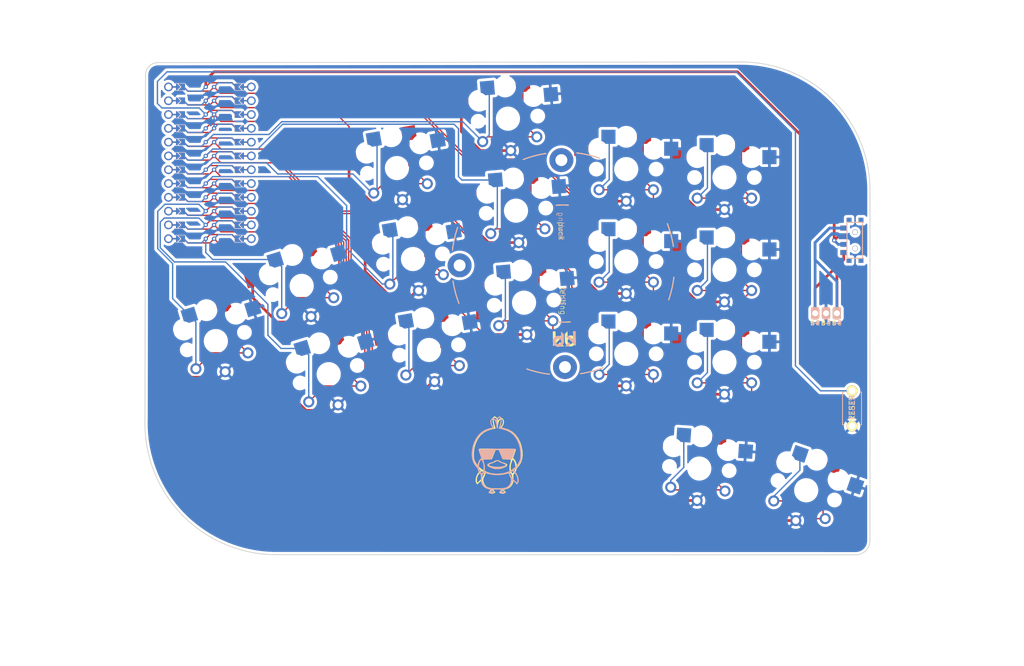
<source format=kicad_pcb>
(kicad_pcb (version 20211014) (generator pcbnew)
  (title_block (title "board") (rev "v1.0.0") (company "Unknown"))
  (layers (0 "F.Cu" signal) (31 "B.Cu" signal) (34 "B.Paste" user) (35 "F.Paste" user) (36 "B.SilkS" user "B.Silkscreen") (37 "F.SilkS" user "F.Silkscreen") (38 "B.Mask" user) (39 "F.Mask" user) (44 "Edge.Cuts" user))
  (net 0 "")
  (net 1 "P6")
  (net 2 "GND")
  (net 3 "P5")
  (net 4 "P4")
  (net 5 "P3")
  (net 6 "P2")
  (net 7 "P0")
  (net 8 "P1")
  (net 9 "P18")
  (net 10 "P15")
  (net 11 "P14")
  (net 12 "P16")
  (net 13 "P10")
  (net 14 "P19")
  (net 15 "P20")
  (net 16 "P21")
  (net 17 "P7")
  (net 18 "P8")
  (net 19 "P9")
  (net 20 "RAW")
  (net 21 "RST")
  (net 22 "VCC")
  (net 23 "Braw")
  (footprint "E73:SPDT_C128955" (layer "F.Cu") (at 157.269 -91.658 -90)
    (fp_text reference "T1" hide)
    (fp_text value "" hide)
  )
  (footprint "lib:bat" (layer "F.Cu") (at 151.924 -78.232)
    (fp_text reference "PAD1" hide)
    (fp_text value "" hide)
  )
  (footprint "kbd:ResetSW" (layer "F.Cu") (at 156.718 -60.706 90)
    (fp_text reference "B1" hide)
    (fp_text value "")
  )
  (footprint "Alaa:key" (layer "F.Cu") (at 73.007519 -104.95283 10)
    (fp_text reference "S11" hide)
    (fp_text value "" hide)
  )
  (footprint "Alaa:key" (layer "F.Cu") (at 94.905133 -97.114167 5)
    (fp_text reference "S15" hide)
    (fp_text value "" hide)
  )
  (footprint "Alaa:key" (layer "F.Cu") (at 115.177087 -87.761017)
    (fp_text reference "S21" hide)
    (fp_text value "" hide)
  )
  (footprint "Alaa:key" (layer "F.Cu") (at 133.242547 -103.223)
    (fp_text reference "S29" hide)
    (fp_text value "" hide)
  )
  (footprint "LOGO" (layer "F.Cu") (at 91.44 -50.8)
    (fp_text reference "G***" hide)
    (fp_text value "LOGO" hide)
  )
  (footprint "Alaa:key" (layer "F.Cu") (at 148.283233 -45.648142 -19)
    (fp_text reference "S33" hide)
    (fp_text value "" hide)
  )
  (footprint "Alaa:key" (layer "F.Cu") (at 78.911557 -71.469366 10)
    (fp_text reference "S7" hide)
    (fp_text value "" hide)
  )
  (footprint "E73:SPDT_C128955" (layer "F.Cu") (at 157.269 -91.658 -90)
    (fp_text reference "T2" hide)
    (fp_text value "" hide)
  )
  (footprint "Alaa:key" (layer "F.Cu") (at 39.701642 -73.106646 17)
    (fp_text reference "S1" hide)
    (fp_text value "" hide)
  )
  (footprint "Alaa:key" (layer "F.Cu") (at 55.486395 -83.269652 17)
    (fp_text reference "S5" hide)
    (fp_text value "" hide)
  )
  (footprint "Alaa:key" (layer "F.Cu") (at 133.242547 -86.223)
    (fp_text reference "S27" hide)
    (fp_text value "" hide)
  )
  (footprint "Alaa:key" (layer "F.Cu") (at 75.959538 -88.211098 10)
    (fp_text reference "S9" hide)
    (fp_text value "" hide)
  )
  (footprint "Alaa:key" (layer "F.Cu") (at 96.386781 -80.178857 5)
    (fp_text reference "S13" hide)
    (fp_text value "" hide)
  )
  (footprint "Alaa:key" (layer "F.Cu") (at 93.423486 -114.049477 5)
    (fp_text reference "S17" hide)
    (fp_text value "" hide)
  )
  (footprint "kbd:Tenting_Puck2" (layer "F.Cu") (at 103.583468 -87.373099 1)
    (fp_text reference "REF**")
    (fp_text value "Tenting Puck")
  )
  (footprint "Alaa:key" (layer "F.Cu") (at 128.62109 -49.648451 -4)
    (fp_text reference "S31" hide)
    (fp_text value "" hide)
  )
  (footprint "Alaa:key" (layer "F.Cu") (at 60.456714 -67.012471 17)
    (fp_text reference "S3" hide)
    (fp_text value "" hide)
  )
  (footprint "Alaa:key" (layer "F.Cu") (at 115.177087 -104.761017)
    (fp_text reference "S23" hide)
    (fp_text value "" hide)
  )
  (footprint "Alaa:key" (layer "F.Cu") (at 133.242547 -69.223)
    (fp_text reference "S25" hide)
    (fp_text value "" hide)
  )
  (footprint "Alaa:key" (layer "F.Cu") (at 115.177087 -70.761017)
    (fp_text reference "S19" hide)
    (fp_text value "" hide)
  )
  (footprint "LOGO" (layer "B.Cu") (at 91.44 -50.8 180)
    (fp_text reference "G***" hide)
    (fp_text value "LOGO" hide)
  )
  (footprint "ProMicro" (layer "B.Cu") (at 38.608 -105.918 -90)
    (fp_text reference "")
    (fp_text value "")
  )
  (gr_line (start 136.378 -124.477905) (end 29.048446 -124.367554) (layer "Edge.Cuts") (width 0.15))
  (gr_line (start 26.67 -58.928) (end 26.762446 -122.081554) (layer "Edge.Cuts") (width 0.15))
  (gr_arc (start 136.378 -124.477905) (mid 153.005122 -117.643705) (end 160.02 -101.092) (layer "Edge.Cuts") (width 0.15))
  (gr_arc (start 50.292 -33.794081) (mid 33.209738 -41.406869) (end 26.67 -58.928) (layer "Edge.Cuts") (width 0.15))
  (gr_arc (start 160.00102 -36.322) (mid 159.230194 -34.525146) (end 157.426728 -33.769919) (layer "Edge.Cuts") (width 0.15))
  (gr_line (start 160.00102 -36.322) (end 160.02 -101.092) (layer "Edge.Cuts") (width 0.15))
  (gr_line (start 157.426728 -33.769919) (end 50.292 -33.794081) (layer "Edge.Cuts") (width 0.15))
  (gr_arc (start 26.762446 -122.081554) (mid 27.432 -123.698) (end 29.048446 -124.367554) (layer "Edge.Cuts") (width 0.15))
  (segment (start 68.453 -68.36233) (end 75.02481 -61.79052) (width 0.25) (layer "F.Cu") (net 1))
  (segment (start 56.747639 -98.443489) (end 63.672973 -91.518155) (width 0.25) (layer "F.Cu") (net 1))
  (segment (start 118.302566 -76.561496) (end 118.302566 -68.835538) (width 0.25) (layer "F.Cu") (net 1))
  (segment (start 67.89656 -79.298591) (end 67.89656 -72.920545) (width 0.25) (layer "F.Cu") (net 1))
  (segment (start 63.672973 -91.518155) (end 63.672973 -83.522181) (width 0.25) (layer "F.Cu") (net 1))
  (segment (start 63.672973 -83.522181) (end 64.008 -83.187154) (width 0.25) (layer "F.Cu") (net 1))
  (segment (start 118.302566 -68.835538) (end 120.177087 -66.961017) (width 0.25) (layer "F.Cu") (net 1))
  (segment (start 118.452087 -76.711017) (end 118.302566 -76.561496) (width 0.25) (layer "F.Cu") (net 1))
  (segment (start 39.37 -99.568) (end 40.494511 -98.443489) (width 0.25) (layer "F.Cu") (net 1))
  (segment (start 64.008 -83.187154) (end 64.008 -83.187151) (width 0.25) (layer "F.Cu") (net 1))
  (segment (start 68.453 -72.364105) (end 68.453 -68.36233) (width 0.25) (layer "F.Cu") (net 1))
  (segment (start 75.02481 -61.79052) (end 116.90852 -61.79052) (width 0.25) (layer "F.Cu") (net 1))
  (segment (start 120.177087 -65.059087) (end 120.177087 -66.961017) (width 0.25) (layer "F.Cu") (net 1))
  (segment (start 67.89656 -72.920545) (end 68.453 -72.364105) (width 0.25) (layer "F.Cu") (net 1))
  (segment (start 116.90852 -61.79052) (end 120.177087 -65.059087) (width 0.25) (layer "F.Cu") (net 1))
  (segment (start 64.008 -83.187151) (end 67.89656 -79.298591) (width 0.25) (layer "F.Cu") (net 1))
  (segment (start 120.177087 -66.961017) (end 110.177087 -66.961017) (width 0.25) (layer "F.Cu") (net 1))
  (segment (start 40.494511 -98.443489) (end 56.747639 -98.443489) (width 0.25) (layer "F.Cu") (net 1))
  (segment (start 112.051608 -77.104475) (end 112.051608 -68.835538) (width 0.25) (layer "B.Cu") (net 1))
  (segment (start 112.051608 -68.835538) (end 110.177087 -66.961017) (width 0.25) (layer "B.Cu") (net 1))
  (segment (start 61.214 -115.57) (end 64.207053 -112.576947) (width 0.25) (layer "F.Cu") (net 2))
  (segment (start 88.357387 -108.171928) (end 84.853141 -111.676174) (width 0.5) (layer "F.Cu") (net 2))
  (segment (start 68.827107 -98.126465) (end 64.207054 -102.746518) (width 0.5) (layer "F.Cu") (net 2))
  (segment (start 119.788424 -46.581576) (end 119.788424 -52.722072) (width 0.5) (layer "F.Cu") (net 2))
  (segment (start 50.956606 -76.611455) (end 46.476578 -81.091483) (width 0.5) (layer "F.Cu") (net 2))
  (segment (start 107.91956 -66.523217) (end 107.91956 -73.493544) (width 0.5) (layer "F.Cu") (net 2))
  (segment (start 56.195389 -76.611455) (end 50.956606 -76.611455) (width 0.5) (layer "F.Cu") (net 2))
  (segment (start 124.967547 -83.625453) (end 124.967547 -89.973) (width 0.5) (layer "F.Cu") (net 2))
  (segment (start 139.851259 -42.520741) (end 139.851259 -49.708566) (width 0.5) (layer "F.Cu") (net 2))
  (segment (start 62.181707 -61.370273) (end 61.165708 -60.354274) (width 0.5) (layer "F.Cu") (net 2))
  (segment (start 57.211388 -77.627454) (end 56.195389 -76.611455) (width 0.5) (layer "F.Cu") (net 2))
  (segment (start 133.242547 -80.323) (end 128.27 -80.323) (width 0.5) (layer "F.Cu") (net 2))
  (segment (start 79.028598 -64.751517) (end 72.876307 -64.751517) (width 0.5) (layer "F.Cu") (net 2))
  (segment (start 84.853141 -111.676174) (end 84.853141 -117.063993) (width 0.5) (layer "F.Cu") (net 2))
  (segment (start 71.700439 -81.384733) (end 67.159073 -85.926099) (width 0.5) (layer "F.Cu") (net 2))
  (segment (start 50.499075 -113.538) (end 52.531075 -115.57) (width 0.25) (layer "F.Cu") (net 2))
  (segment (start 124.967547 -100.625453) (end 124.967547 -106.973) (width 0.5) (layer "F.Cu") (net 2))
  (segment (start 109.58176 -64.861017) (end 107.91956 -66.523217) (width 0.5) (layer "F.Cu") (net 2))
  (segment (start 93.937705 -108.171928) (end 88.357387 -108.171928) (width 0.5) (layer "F.Cu") (net 2))
  (segment (start 74.032043 -99.142464) (end 73.016044 -98.126465) (width 0.5) (layer "F.Cu") (net 2))
  (segment (start 90.798692 -74.301308) (end 87.816436 -77.283564) (width 0.5) (layer "F.Cu") (net 2))
  (segment (start 46.476578 -81.091483) (end 46.476578 -84.436419) (width 0.5) (layer "F.Cu") (net 2))
  (segment (start 56.276036 -60.354274) (end 51.446898 -65.183412) (width 0.5) (layer "F.Cu") (net 2))
  (segment (start 128.27 -97.323) (end 124.967547 -100.625453) (width 0.5) (layer "F.Cu") (net 2))
  (segment (start 106.902087 -101.291201) (end 106.902087 -108.511017) (width 0.5) (layer "F.Cu") (net 2))
  (segment (start 87.816436 -77.283564) (end 87.816436 -83.193373) (width 0.5) (layer "F.Cu") (net 2))
  (segment (start 128.209528 -43.762822) (end 122.607178 -43.762822) (width 0.5) (layer "F.Cu") (net 2))
  (segment (start 115.177087 -98.861017) (end 109.332271 -98.861017) (width 0.5) (layer "F.Cu") (net 2))
  (segment (start 110.20454 -81.861017) (end 106.902087 -85.16347) (width 0.5) (layer "F.Cu") (net 2))
  (segment (start 128.27 -80.323) (end 124.967547 -83.625453) (width 0.5) (layer "F.Cu") (net 2))
  (segment (start 64.207054 -102.746518) (end 64.207054 -107.20892) (width 0.5) (layer "F.Cu") (net 2))
  (segment (start 39.37 -114.808) (end 40.64 -113.538) (width 0.25) (layer "F.Cu") (net 2))
  (segment (start 115.177087 -81.861017) (end 110.20454 -81.861017) (width 0.5) (layer "F.Cu") (net 2))
  (segment (start 124.967547 -66.137) (end 124.967547 -72.973) (width 0.5) (layer "F.Cu") (net 2))
  (segment (start 86.334788 -94.740864) (end 86.334788 -100.128683) (width 0.5) (layer "F.Cu") (net 2))
  (segment (start 106.902087 -85.16347) (end 106.902087 -91.511017) (width 0.5) (layer "F.Cu") (net 2))
  (segment (start 35.164977 -66.448449) (end 30.691825 -70.921601) (width 0.5) (layer "F.Cu") (net 2))
  (segment (start 115.177087 -64.861017) (end 109.58176 -64.861017) (width 0.5) (layer "F.Cu") (net 2))
  (segment (start 127.781547 -63.323) (end 124.967547 -66.137) (width 0.5) (layer "F.Cu") (net 2))
  (segment (start 109.332271 -98.861017) (end 106.902087 -101.291201) (width 0.5) (layer "F.Cu") (net 2))
  (segment (start 51.446898 -65.183412) (end 51.446898 -68.179238) (width 0.5) (layer "F.Cu") (net 2))
  (segment (start 61.165708 -60.354274) (end 56.276036 -60.354274) (width 0.5) (layer "F.Cu") (net 2))
  (segment (start 146.362381 -40.069582) (end 142.302418 -40.069582) (width 0.5) (layer "F.Cu") (net 2))
  (segment (start 96.901 -74.301308) (end 90.798692 -74.301308) (width 0.5) (layer "F.Cu") (net 2))
  (segment (start 142.302418 -40.069582) (end 139.851259 -42.520741) (width 0.5) (layer "F.Cu") (net 2))
  (segment (start 139.851259 -49.708566) (end 141.679948 -51.887913) (width 0.5) (layer "F.Cu") (net 2))
  (segment (start 52.531075 -115.57) (end 61.214 -115.57) (width 0.25) (layer "F.Cu") (net 2))
  (segment (start 40.410636 -66.448449) (end 35.164977 -66.448449) (width 0.5) (layer "F.Cu") (net 2))
  (segment (start 133.242547 -63.323) (end 127.781547 -63.323) (width 0.5) (layer "F.Cu") (net 2))
  (segment (start 30.691825 -70.921601) (end 30.691825 -74.273413) (width 0.5) (layer "F.Cu") (net 2))
  (segment (start 133.242547 -97.323) (end 128.27 -97.323) (width 0.5) (layer "F.Cu") (net 2))
  (segment (start 40.64 -113.538) (end 50.499075 -113.538) (width 0.25) (layer "F.Cu") (net 2))
  (segment (start 76.676981 -82.400732) (end 75.660982 -81.384733) (width 0.5) (layer "F.Cu") (net 2))
  (segment (start 95.419352 -91.236618) (end 89.839034 -91.236618) (width 0.5) (layer "F.Cu") (net 2))
  (segment (start 75.968063 -81.384733) (end 71.700439 -81.384733) (width 0.5) (layer "F.Cu") (net 2))
  (segment (start 72.876307 -64.751517) (end 70.111092 -67.516732) (width 0.5) (layer "F.Cu") (net 2))
  (segment (start 79.629 -65.659) (end 78.721517 -64.751517) (width 0.5) (layer "F.Cu") (net 2))
  (segment (start 89.839034 -91.236618) (end 86.334788 -94.740864) (width 0.5) (layer "F.Cu") (net 2))
  (segment (start 67.159073 -85.926099) (end 67.159073 -90.467188) (width 0.5) (layer "F.Cu") (net 2))
  (segment (start 41.426635 -67.464448) (end 40.410636 -66.448449) (width 0.5) (layer "F.Cu") (net 2))
  (segment (start 122.607178 -43.762822) (end 119.788424 -46.581576) (width 0.5) (layer "F.Cu") (net 2))
  (segment (start 70.111092 -67.516732) (end 70.111092 -73.725456) (width 0.5) (layer "F.Cu") (net 2))
  (segment (start 64.207053 -112.576947) (end 64.207053 -107.20892) (width 0.25) (layer "F.Cu") (net 2))
  (segment (start 73.016044 -98.126465) (end 68.827107 -98.126465) (width 0.5) (layer "F.Cu") (net 2))
  (segment (start 37.846 -116.332) (end 39.37 -114.808) (width 0.25) (layer "B.Cu") (net 2))
  (segment (start 37.846 -117.348) (end 37.846 -116.332) (width 0.25) (layer "B.Cu") (net 2))
  (segment (start 39.37 -114.808) (end 39.37 -112.268) (width 0.25) (layer "B.Cu") (net 2))
  (segment (start 64.122493 -83.708379) (end 67.762393 -80.06848) (width 0.25) (layer "F.Cu") (net 3))
  (segment (start 78.932784 -80.06848) (end 81.103595 -77.897669) (width 0.25) (layer "F.Cu") (net 3))
  (segment (start 81.103596 -71.9872) (end 84.495459 -68.595337) (width 0.25) (layer "F.Cu") (net 3))
  (segment (start 84.495459 -68.595337) (end 76.383862 -68.595337) (width 0.25) (layer "F.Cu") (net 3))
  (segment (start 81.103596 -77.89767) (end 81.103596 -71.9872) (width 0.25) (layer "F.Cu") (net 3))
  (segment (start 76.383862 -68.595337) (end 74.647381 -66.858856) (width 0.25) (layer "F.Cu") (net 3))
  (segment (start 39.37 -102.108) (end 40.64 -100.838) (width 0.25) (layer "F.Cu") (net 3))
  (segment (start 67.762393 -80.06848) (end 78.932784 -80.06848) (width 0.25) (layer "F.Cu") (net 3))
  (segment (start 64.122493 -91.704353) (end 64.122493 -83.708379) (width 0.25) (layer "F.Cu") (net 3))
  (segment (start 54.988846 -100.838) (end 64.122493 -91.704353) (width 0.25) (layer "F.Cu") (net 3))
  (segment (start 40.64 -100.838) (end 54.988846 -100.838) (width 0.25) (layer "F.Cu") (net 3))
  (segment (start 75.210859 -76.202519) (end 75.210859 -67.422334) (width 0.25) (layer "B.Cu") (net 3))
  (segment (start 74.653104 -76.760274) (end 75.210859 -76.202519) (width 0.25) (layer "B.Cu") (net 3))
  (segment (start 92.608557 -76.829096) (end 91.736999 -75.957538) (width 0.25) (layer "F.Cu") (net 4))
  (segment (start 100.584 -72.39) (end 101.698946 -73.504946) (width 0.25) (layer "F.Cu") (net 4))
  (segment (start 101.698946 -76.829096) (end 99.130742 -79.3973) (width 0.25) (layer "F.Cu") (net 4))
  (segment (start 99.130742 -79.3973) (end 99.130742 -86.391651) (width 0.25) (layer "F.Cu") (net 4))
  (segment (start 101.698946 -73.504946) (end 101.698946 -76.829096) (width 0.25) (layer "F.Cu") (net 4))
  (segment (start 67.94859 -80.518) (end 82.804 -80.518) (width 0.25) (layer "F.Cu") (net 4))
  (segment (start 39.37 -104.648) (end 40.64 -103.378) (width 0.25) (layer "F.Cu") (net 4))
  (segment (start 40.64 -103.378) (end 53.084564 -103.378) (width 0.25) (layer "F.Cu") (net 4))
  (segment (start 53.084564 -103.378) (end 64.572013 -91.890551) (width 0.25) (layer "F.Cu") (net 4))
  (segment (start 101.698946 -76.829096) (end 92.608557 -76.829096) (width 0.25) (layer "F.Cu") (net 4))
  (segment (start 64.572013 -83.894577) (end 67.94859 -80.518) (width 0.25) (layer "F.Cu") (net 4))
  (segment (start 64.572013 -91.890551) (end 64.572013 -83.894577) (width 0.25) (layer "F.Cu") (net 4))
  (segment (start 90.932 -72.39) (end 100.584 -72.39) (width 0.25) (layer "F.Cu") (net 4))
  (segment (start 82.804 -80.518) (end 90.932 -72.39) (width 0.25) (layer "F.Cu") (net 4))
  (segment (start 92.605667 -85.82078) (end 92.953494 -85.472953) (width 0.25) (layer "B.Cu") (net 4))
  (segment (start 92.953494 -77.174033) (end 91.736999 -75.957538) (width 0.25) (layer "B.Cu") (net 4))
  (segment (start 92.953494 -85.472953) (end 92.953494 -77.174033) (width 0.25) (layer "B.Cu") (net 4))
  (segment (start 101.599999 -88.646) (end 104.70648 -85.539519) (width 0.25) (layer "F.Cu") (net 5))
  (segment (start 39.37 -107.188) (end 40.64 -105.918) (width 0.25) (layer "F.Cu") (net 5))
  (segment (start 134.051547 -78.232) (end 138.242547 -82.423) (width 0.25) (layer "F.Cu") (net 5))
  (segment (start 51.180282 -105.918) (end 60.519802 -96.57848) (width 0.25) (layer "F.Cu") (net 5))
  (segment (start 108.29135 -79.17948) (end 127.342067 -79.17948) (width 0.25) (layer "F.Cu") (net 5))
  (segment (start 104.70648 -82.871802) (end 108.398803 -79.17948) (width 0.25) (layer "F.Cu") (net 5))
  (segment (start 136.368026 -84.297521) (end 136.368026 -92.023479) (width 0.25) (layer "F.Cu") (net 5))
  (segment (start 81.72952 -96.57848) (end 89.662 -88.646) (width 0.25) (layer "F.Cu") (net 5))
  (segment (start 138.242547 -82.423) (end 136.368026 -84.297521) (width 0.25) (layer "F.Cu") (net 5))
  (segment (start 136.368026 -92.023479) (end 136.517547 -92.173) (width 0.25) (layer "F.Cu") (net 5))
  (segment (start 89.662 -88.646) (end 101.599999 -88.646) (width 0.25) (layer "F.Cu") (net 5))
  (segment (start 128.289547 -78.232) (end 134.051547 -78.232) (width 0.25) (layer "F.Cu") (net 5))
  (segment (start 40.64 -105.918) (end 51.180282 -105.918) (width 0.25) (layer "F.Cu") (net 5))
  (segment (start 60.519802 -96.57848) (end 81.72952 -96.57848) (width 0.25) (layer "F.Cu") (net 5))
  (segment (start 128.242547 -82.423) (end 138.242547 -82.423) (width 0.25) (layer "F.Cu") (net 5))
  (segment (start 127.342067 -79.17948) (end 128.289547 -78.232) (width 0.25) (layer "F.Cu") (net 5))
  (segment (start 104.70648 -85.539519) (end 104.70648 -82.871802) (width 0.25) (layer "F.Cu") (net 5))
  (segment (start 129.967547 -92.173) (end 130.117068 -92.023479) (width 0.25) (layer "B.Cu") (net 5))
  (segment (start 130.117068 -92.023479) (end 130.117068 -84.297521) (width 0.25) (layer "B.Cu") (net 5))
  (segment (start 130.117068 -84.297521) (end 128.242547 -82.423) (width 0.25) (layer "B.Cu") (net 5))
  (segment (start 101.786197 -89.09552) (end 105.156 -85.725717) (width 0.25) (layer "F.Cu") (net 6))
  (segment (start 118.302566 -85.835538) (end 120.177087 -83.961017) (width 0.25) (layer "F.Cu") (net 6))
  (segment (start 110.177087 -83.961017) (end 120.177087 -83.961017) (width 0.25) (layer "F.Cu") (net 6))
  (segment (start 120.177087 -81.061087) (end 120.177087 -83.961017) (width 0.25) (layer "F.Cu") (net 6))
  (segment (start 49.276 -108.458) (end 60.706 -97.028) (width 0.25) (layer "F.Cu") (net 6))
  (segment (start 89.848198 -89.09552) (end 101.786197 -89.09552) (width 0.25) (layer "F.Cu") (net 6))
  (segment (start 108.585 -79.629) (end 118.745 -79.629) (width 0.25) (layer "F.Cu") (net 6))
  (segment (start 105.156 -83.058) (end 108.585 -79.629) (width 0.25) (layer "F.Cu") (net 6))
  (segment (start 118.302566 -93.561496) (end 118.302566 -85.835538) (width 0.25) (layer "F.Cu") (net 6))
  (segment (start 81.915718 -97.028) (end 89.848198 -89.09552) (width 0.25) (layer "F.Cu") (net 6))
  (segment (start 118.452087 -93.711017) (end 118.302566 -93.561496) (width 0.25) (layer "F.Cu") (net 6))
  (segment (start 40.64 -108.458) (end 49.276 -108.458) (width 0.25) (layer "F.Cu") (net 6))
  (segment (start 105.156 -85.725717) (end 105.156 -83.058) (width 0.25) (layer "F.Cu") (net 6))
  (segment (start 60.706 -97.028) (end 81.915718 -97.028) (width 0.25) (layer "F.Cu") (net 6))
  (segment (start 118.745 -79.629) (end 120.177087 -81.061087) (width 0.25) (layer "F.Cu") (net 6))
  (segment (start 39.37 -109.728) (end 40.64 -108.458) (width 0.25) (layer "F.Cu") (net 6))
  (segment (start 112.051608 -94.104475) (end 112.051608 -85.835538) (width 0.25) (layer "B.Cu") (net 6))
  (segment (start 112.051608 -85.835538) (end 110.177087 -83.961017) (width 0.25) (layer "B.Cu") (net 6))
  (segment (start 108.638056 -96.232491) (end 129.847056 -96.232491) (width 0.25) (layer "F.Cu") (net 7))
  (segment (start 136.368026 -101.297521) (end 136.368026 -109.023479) (width 0.25) (layer "F.Cu") (net 7))
  (segment (start 128.242547 -99.423) (end 138.242547 -99.423) (width 0.25) (layer "F.Cu") (net 7))
  (segment (start 136.368026 -109.023479) (end 136.517547 -109.173) (width 0.25) (layer "F.Cu") (net 7))
  (segment (start 138.242547 -99.423) (end 136.368026 -101.297521) (width 0.25) (layer "F.Cu") (net 7))
  (segment (start 106.299 -98.679) (end 108.745509 -96.232491) (width 0.25) (layer "F.Cu") (net 7))
  (segment (start 130.702547 -95.377) (end 134.196547 -95.377) (width 0.25) (layer "F.Cu") (net 7))
  (segment (start 134.196547 -95.377) (end 138.242547 -99.423) (width 0.25) (layer "F.Cu") (net 7))
  (segment (start 39.37 -117.348) (end 40.64 -116.078) (width 0.25) (layer "F.Cu") (net 7))
  (segment (start 86.106 -106.172) (end 98.805999 -106.172) (width 0.25) (layer "F.Cu") (net 7))
  (segment (start 98.805999 -106.172) (end 106.3167 -98.661299) (width 0.25) (layer "F.Cu") (net 7))
  (segment (start 40.64 -116.078) (end 76.2 -116.078) (width 0.25) (layer "F.Cu") (net 7))
  (segment (start 76.2 -116.078) (end 86.106 -106.172) (width 0.25) (layer "F.Cu") (net 7))
  (segment (start 129.847056 -96.232491) (end 130.702547 -95.377) (width 0.25) (layer "F.Cu") (net 7))
  (segment (start 130.117068 -101.297521) (end 128.242547 -99.423) (width 0.25) (layer "B.Cu") (net 7))
  (segment (start 129.967547 -109.173) (end 130.117068 -109.023479) (width 0.25) (layer "B.Cu") (net 7))
  (segment (start 130.117068 -109.023479) (end 130.117068 -101.297521) (width 0.25) (layer "B.Cu") (net 7))
  (segment (start 76.327718 -116.586) (end 86.292198 -106.62152) (width 0.25) (layer "F.Cu") (net 8))
  (segment (start 118.302566 -110.561496) (end 118.302566 -102.835538) (width 0.25) (layer "F.Cu") (net 8))
  (segment (start 39.37 -119.888) (end 40.538189 -118.719811) (width 0.25) (layer "F.Cu") (net 8))
  (segment (start 52.324 -116.586) (end 76.327718 -116.586) (width 0.25) (layer "F.Cu") (net 8))
  (segment (start 120.177087 -100.961017) (end 110.177087 -100.961017) (width 0.25) (layer "F.Cu") (net 8))
  (segment (start 118.452087 -110.711017) (end 118.302566 -110.561496) (width 0.25) (layer "F.Cu") (net 8))
  (segment (start 120.177087 -98.079087) (end 120.177087 -100.961017) (width 0.25) (layer "F.Cu") (net 8))
  (segment (start 40.538189 -118.719811) (end 50.190189 -118.719811) (width 0.25) (layer "F.Cu") (net 8))
  (segment (start 98.992197 -106.62152) (end 108.931706 -96.682011) (width 0.25) (layer "F.Cu") (net 8))
  (segment (start 108.931706 -96.682011) (end 118.780011 -96.682011) (width 0.25) (layer "F.Cu") (net 8))
  (segment (start 86.292198 -106.62152) (end 98.992197 -106.62152) (width 0.25) (layer "F.Cu") (net 8))
  (segment (start 118.302566 -102.835538) (end 120.177087 -100.961017) (width 0.25) (layer "F.Cu") (net 8))
  (segment (start 50.190189 -118.719811) (end 52.324 -116.586) (width 0.25) (layer "F.Cu") (net 8))
  (segment (start 118.780011 -96.682011) (end 120.177087 -98.079087) (width 0.25) (layer "F.Cu") (net 8))
  (segment (start 112.051608 -102.835538) (end 110.177087 -100.961017) (width 0.25) (layer "B.Cu") (net 8))
  (segment (start 112.051608 -111.104475) (end 112.051608 -102.835538) (width 0.25) (layer "B.Cu") (net 8))
  (segment (start 78.151577 -88.728932) (end 81.54344 -85.337069) (width 0.25) (layer "F.Cu") (net 9))
  (segment (start 78.151577 -94.639402) (end 78.151577 -88.728932) (width 0.25) (layer "F.Cu") (net 9))
  (segment (start 81.54344 -85.337069) (end 73.431843 -85.337069) (width 0.25) (layer "F.Cu") (net 9))
  (segment (start 73.431843 -85.337069) (end 71.695362 -83.600588) (width 0.25) (layer "F.Cu") (net 9))
  (segment (start 39.126568 -103.388568) (end 58.409432 -103.388568) (width 0.25) (layer "B.Cu") (net 9))
  (segment (start 37.846 -102.108) (end 39.126568 -103.388568) (width 0.25) (layer "B.Cu") (net 9))
  (segment (start 72.25884 -84.164066) (end 71.695362 -83.600588) (width 0.25) (layer "B.Cu") (net 9))
  (segment (start 70.323412 -83.600588) (end 71.388281 -83.600588) (width 0.25) (layer "B.Cu") (net 9))
  (segment (start 63.754 -90.17) (end 70.323412 -83.600588) (width 0.25) (layer "B.Cu") (net 9))
  (segment (start 58.409432 -103.388568) (end 63.754 -98.044) (width 0.25) (layer "B.Cu") (net 9))
  (segment (start 72.25884 -92.944252) (end 72.25884 -84.164066) (width 0.25) (layer "B.Cu") (net 9))
  (segment (start 63.754 -98.044) (end 63.754 -90.17) (width 0.25) (layer "B.Cu") (net 9))
  (segment (start 38.954848 -70.934546) (end 36.031131 -68.010829) (width 0.25) (layer "F.Cu") (net 11))
  (segment (start 45.594178 -70.934546) (end 38.954848 -70.934546) (width 0.25) (layer "F.Cu") (net 11))
  (segment (start 41.093928 -79.754177) (end 41.093928 -75.434796) (width 0.25) (layer "F.Cu") (net 11))
  (segment (start 41.093928 -75.434796) (end 45.594178 -70.934546) (width 0.25) (layer "F.Cu") (net 11))
  (segment (start 36.576 -98.298) (end 37.846 -97.028) (width 0.25) (layer "B.Cu") (net 11))
  (segment (start 34.830131 -77.839142) (end 31.75 -80.919273) (width 0.25) (layer "B.Cu") (net 11))
  (segment (start 31.75 -80.919273) (end 31.75 -87.374564) (width 0.25) (layer "B.Cu") (net 11))
  (segment (start 29.01448 -96.977969) (end 30.334511 -98.298) (width 0.25) (layer "B.Cu") (net 11))
  (segment (start 29.01448 -90.110084) (end 29.01448 -96.977969) (width 0.25) (layer "B.Cu") (net 11))
  (segment (start 30.334511 -98.298) (end 36.576 -98.298) (width 0.25) (layer "B.Cu") (net 11))
  (segment (start 36.031131 -76.638142) (end 34.830131 -77.839142) (width 0.25) (layer "B.Cu") (net 11))
  (segment (start 36.031131 -68.010829) (end 36.031131 -76.638142) (width 0.25) (layer "B.Cu") (net 11))
  (segment (start 31.75 -87.374564) (end 29.01448 -90.110084) (width 0.25) (layer "B.Cu") (net 11))
  (segment (start 61.849 -69.340621) (end 66.34925 -64.840371) (width 0.25) (layer "F.Cu") (net 12))
  (segment (start 66.34925 -64.840371) (end 59.70992 -64.840371) (width 0.25) (layer "F.Cu") (net 12))
  (segment (start 59.70992 -64.840371) (end 56.786203 -61.916654) (width 0.25) (layer "F.Cu") (net 12))
  (segment (start 61.849 -73.660002) (end 61.849 -69.340621) (width 0.25) (layer "F.Cu") (net 12))
  (segment (start 56.786203 -61.916654) (end 56.786203 -70.543967) (width 0.25) (layer "B.Cu") (net 12))
  (segment (start 56.786203 -70.543967) (end 55.585203 -71.744967) (width 0.25) (layer "B.Cu") (net 12))
  (segment (start 49.276 -79.883) (end 41.479374 -87.679626) (width 0.25) (layer "B.Cu") (net 12))
  (segment (start 29.464 -94.996) (end 30.226 -95.758) (width 0.25) (layer "B.Cu") (net 12))
  (segment (start 41.479374 -87.679626) (end 32.080656 -87.679626) (width 0.25) (layer "B.Cu") (net 12))
  (segment (start 32.080656 -87.679626) (end 29.464 -90.296282) (width 0.25) (layer "B.Cu") (net 12))
  (segment (start 29.464 -90.296282) (end 29.464 -94.996) (width 0.25) (layer "B.Cu") (net 12))
  (segment (start 55.585203 -71.744967) (end 51.699033 -71.744967) (width 0.25) (layer "B.Cu") (net 12))
  (segment (start 36.576 -95.758) (end 37.846 -94.488) (width 0.25) (layer "B.Cu") (net 12))
  (segment (start 30.226 -95.758) (end 36.576 -95.758) (width 0.25) (layer "B.Cu") (net 12))
  (segment (start 51.699033 -71.744967) (end 49.276 -74.168) (width 0.25) (layer "B.Cu") (net 12))
  (segment (start 49.276 -74.168) (end 49.276 -79.883) (width 0.25) (layer "B.Cu") (net 12))
  (segment (start 61.378931 -81.097552) (end 54.739601 -81.097552) (width 0.25) (layer "F.Cu") (net 13))
  (segment (start 56.878681 -89.917183) (end 56.878681 -85.597802) (width 0.25) (layer "F.Cu") (net 13))
  (segment (start 54.739601 -81.097552) (end 51.815884 -78.173835) (width 0.25) (layer "F.Cu") (net 13))
  (segment (start 56.878681 -85.597802) (end 61.378931 -81.097552) (width 0.25) (layer "F.Cu") (net 13))
  (segment (start 51.815884 -78.173835) (end 51.815884 -86.801148) (width 0.25) (layer "B.Cu") (net 13))
  (segment (start 37.846 -89.408) (end 37.846 -91.948) (width 0.25) (layer "B.Cu") (net 13))
  (segment (start 51.815884 -86.801148) (end 50.614884 -88.002148) (width 0.25) (layer "B.Cu") (net 13))
  (segment (start 39.124854 -88.129146) (end 37.846 -89.408) (width 0.25) (layer "B.Cu") (net 13))
  (segment (start 50.614884 -88.002148) (end 50.487886 -88.129146) (width 0.25) (layer "B.Cu") (net 13))
  (segment (start 50.487886 -88.129146) (end 39.124854 -88.129146) (width 0.25) (layer "B.Cu") (net 13))
  (segment (start 70.479824 -102.078801) (end 68.743343 -100.34232) (width 0.25) (layer "F.Cu") (net 14))
  (segment (start 75.199558 -111.381134) (end 75.199558 -105.470664) (width 0.25) (layer "F.Cu") (net 14))
  (segment (start 78.591421 -102.078801) (end 70.479824 -102.078801) (width 0.25) (layer "F.Cu") (net 14))
  (segment (start 75.199558 -105.470664) (end 78.591421 -102.078801) (width 0.25) (layer "F.Cu") (net 14))
  (segment (start 51.070276 -103.869724) (end 64.908858 -103.869724) (width 0.25) (layer "B.Cu") (net 14))
  (segment (start 69.35144 -100.950417) (end 68.743343 -100.34232) (width 0.25) (layer "B.Cu") (net 14))
  (segment (start 69.35144 -109.641364) (end 69.35144 -100.950417) (width 0.25) (layer "B.Cu") (net 14))
  (segment (start 49.022 -105.918) (end 51.070276 -103.869724) (width 0.25) (layer "B.Cu") (net 14))
  (segment (start 39.116 -105.918) (end 49.022 -105.918) (width 0.25) (layer "B.Cu") (net 14))
  (segment (start 64.908858 -103.869724) (end 68.436262 -100.34232) (width 0.25) (layer "B.Cu") (net 14))
  (segment (start 37.846 -104.648) (end 39.116 -105.918) (width 0.25) (layer "B.Cu") (net 14))
  (segment (start 68.749066 -110.243738) (end 69.35144 -109.641364) (width 0.25) (layer "B.Cu") (net 14))
  (segment (start 100.217298 -93.764406) (end 91.126909 -93.764406) (width 0.25) (layer "F.Cu") (net 15))
  (segment (start 97.649094 -96.33261) (end 100.217298 -93.764406) (width 0.25) (layer "F.Cu") (net 15))
  (segment (start 97.649094 -103.326961) (end 97.649094 -96.33261) (width 0.25) (layer "F.Cu") (net 15))
  (segment (start 91.126909 -93.764406) (end 90.255351 -92.892848) (width 0.25) (layer "F.Cu") (net 15))
  (segment (start 84.94991 -102.75609) (end 91.124019 -102.75609) (width 0.25) (layer "B.Cu") (net 15))
  (segment (start 47.429021 -108.459761) (end 51.99926 -113.03) (width 0.25) (layer "B.Cu") (net 15))
  (segment (start 91.471846 -94.109343) (end 90.255351 -92.892848) (width 0.25) (layer "B.Cu") (net 15))
  (segment (start 91.471846 -102.408263) (end 91.471846 -94.109343) (width 0.25) (layer "B.Cu") (net 15))
  (segment (start 84.328 -103.378) (end 84.94991 -102.75609) (width 0.25) (layer "B.Cu") (net 15))
  (segment (start 84.328 -112.204141) (end 84.328 -103.378) (width 0.25) (layer "B.Cu") (net 15))
  (segment (start 39.117761 -108.459761) (end 47.429021 -108.459761) (width 0.25) (layer "B.Cu") (net 15))
  (segment (start 51.99926 -113.03) (end 83.502141 -113.03) (width 0.25) (layer "B.Cu") (net 15))
  (segment (start 37.846 -107.188) (end 39.117761 -108.459761) (width 0.25) (layer "B.Cu") (net 15))
  (segment (start 83.502141 -113.03) (end 84.328 -112.204141) (width 0.25) (layer "B.Cu") (net 15))
  (segment (start 91.124019 -102.75609) (end 91.471846 -102.408263) (width 0.25) (layer "B.Cu") (net 15))
  (segment (start 96.167447 -120.262271) (end 96.167447 -113.26792) (width 0.25) (layer "F.Cu") (net 16))
  (segment (start 89.645262 -110.699716) (end 88.773704 -109.828158) (width 0.25) (layer "F.Cu") (net 16))
  (segment (start 98.735651 -110.699716) (end 89.645262 -110.699716) (width 0.25) (layer "F.Cu") (net 16))
  (segment (start 96.167447 -113.26792) (end 98.735651 -110.699716) (width 0.25) (layer "F.Cu") (net 16))
  (segment (start 37.846 -109.728) (end 39.261489 -111.143489) (width 0.25) (layer "B.Cu") (net 16))
  (segment (start 49.477031 -111.143489) (end 51.813062 -113.47952) (width 0.25) (layer "B.Cu") (net 16))
  (segment (start 51.813062 -113.47952) (end 85.122342 -113.47952) (width 0.25) (layer "B.Cu") (net 16))
  (segment (start 89.990199 -111.044653) (end 88.773704 -109.828158) (width 0.25) (layer "B.Cu") (net 16))
  (segment (start 89.990199 -119.343573) (end 89.990199 -111.044653) (width 0.25) (layer "B.Cu") (net 16))
  (segment (start 39.261489 -111.143489) (end 49.477031 -111.143489) (width 0.25) (layer "B.Cu") (net 16))
  (segment (start 85.122342 -113.47952) (end 88.773704 -109.828158) (width 0.25) (layer "B.Cu") (net 16))
  (segment (start 89.642372 -119.6914) (end 89.990199 -119.343573) (width 0.25) (layer "B.Cu") (net 16))
  (segment (start 138.242547 -63.439547) (end 138.242547 -65.423) (width 0.25) (layer "F.Cu") (net 17))
  (segment (start 68.00348 -68.176133) (end 74.838613 -61.341) (width 0.25) (layer "F.Cu") (net 17))
  (segment (start 68.00348 -72.177908) (end 68.00348 -68.176133) (width 0.25) (layer "F.Cu") (net 17))
  (segment (start 40.64 -95.758) (end 58.79741 -95.758) (width 0.25) (layer "F.Cu") (net 17))
  (segment (start 136.144 -61.341) (end 138.242547 -63.439547) (width 0.25) (layer "F.Cu") (net 17))
  (segment (start 58.79741 -95.758) (end 63.223453 -91.331957) (width 0.25) (layer "F.Cu") (net 17))
  (segment (start 67.44704 -72.734348) (end 68.00348 -72.177908) (width 0.25) (layer "F.Cu") (net 17))
  (segment (start 138.242547 -65.423) (end 128.242547 -65.423) (width 0.25) (layer "F.Cu") (net 17))
  (segment (start 136.368026 -75.023479) (end 136.517547 -75.173) (width 0.25) (layer "F.Cu") (net 17))
  (segment (start 63.223453 -91.331957) (end 63.223453 -83.335983) (width 0.25) (layer "F.Cu") (net 17))
  (segment (start 136.368026 -67.297521) (end 136.368026 -75.023479) (width 0.25) (layer "F.Cu") (net 17))
  (segment (start 63.223453 -83.335983) (end 67.44704 -79.112394) (width 0.25) (layer "F.Cu") (net 17))
  (segment (start 74.838613 -61.341) (end 136.144 -61.341) (width 0.25) (layer "F.Cu") (net 17))
  (segment (start 67.44704 -79.112394) (end 67.44704 -72.734348) (width 0.25) (layer "F.Cu") (net 17))
  (segment (start 138.242547 -65.423) (end 136.368026 -67.297521) (width 0.25) (layer "F.Cu") (net 17))
  (segment (start 39.37 -97.028) (end 40.64 -95.758) (width 0.25) (layer "F.Cu") (net 17))
  (segment (start 130.117068 -75.023479) (end 130.117068 -67.297521) (width 0.25) (layer "B.Cu") (net 17))
  (segment (start 130.117068 -67.297521) (end 128.242547 -65.423) (width 0.25) (layer "B.Cu") (net 17))
  (segment (start 129.967547 -75.173) (end 130.117068 -75.023479) (width 0.25) (layer "B.Cu") (net 17))
  (segment (start 149.056669 -40.427331) (end 145.800988 -43.683012) (width 0.25) (layer "F.Cu") (net 18))
  (segment (start 39.37 -94.488) (end 40.64 -93.218) (width 0.25) (layer "F.Cu") (net 18))
  (segment (start 62.773933 -91.145759) (end 62.773933 -83.149785) (width 0.25) (layer "F.Cu") (net 18))
  (segment (start 67.55396 -71.99171) (end 67.55396 -67.989935) (width 0.25) (layer "F.Cu") (net 18))
  (segment (start 153.316937 -50.207742) (end 151.384 -48.274805) (width 0.25) (layer "F.Cu") (net 18))
  (segment (start 66.99752 -72.54815) (end 67.55396 -71.99171) (width 0.25) (layer "F.Cu") (net 18))
  (segment (start 151.773667 -40.427331) (end 149.056669 -40.427331) (width 0.25) (layer "F.Cu") (net 18))
  (segment (start 67.55396 -67.989935) (end 74.710895 -60.833) (width 0.25) (layer "F.Cu") (net 18))
  (segment (start 60.701692 -93.218) (end 62.773933 -91.145759) (width 0.25) (layer "F.Cu") (net 18))
  (segment (start 74.710895 -60.833) (end 151.638 -60.833) (width 0.25) (layer "F.Cu") (net 18))
  (segment (start 40.64 -93.218) (end 60.701692 -93.218) (width 0.25) (layer "F.Cu") (net 18))
  (segment (start 66.99752 -78.926197) (end 66.99752 -72.54815) (width 0.25) (layer "F.Cu") (net 18))
  (segment (start 151.638 -60.833) (end 153.316936 -59.154064) (width 0.25) (layer "F.Cu") (net 18))
  (segment (start 62.773933 -83.149785) (end 66.99752 -78.926197) (width 0.25) (layer "F.Cu") (net 18))
  (segment (start 151.384 -40.816998) (end 151.773667 -40.427331) (width 0.25) (layer "F.Cu") (net 18))
  (segment (start 151.384 -48.274805) (end 151.384 -40.816998) (width 0.25) (layer "F.Cu") (net 18))
  (segment (start 153.316936 -59.154064) (end 153.316936 -50.207741) (width 0.25) (layer "F.Cu") (net 18))
  (segment (start 145.800988 -43.683012) (end 142.318482 -43.683012) (width 0.25) (layer "F.Cu") (net 18))
  (segment (start 147.123791 -49.333791) (end 142.318482 -44.528482) (width 0.25) (layer "B.Cu") (net 18))
  (segment (start 142.318482 -44.528482) (end 142.318482 -43.683012) (width 0.25) (layer "B.Cu") (net 18))
  (segment (start 147.123791 -52.340212) (end 147.123791 -49.333791) (width 0.25) (layer "B.Cu") (net 18))
  (segment (start 50.546 -92.71) (end 48.006 -90.17) (width 0.25) (layer "F.Cu") (net 19))
  (segment (start 41.148 -90.17) (end 39.37 -91.948) (width 0.25) (layer "F.Cu") (net 19))
  (segment (start 133.132761 -45.72) (end 123.854685 -45.72) (width 0.25) (layer "F.Cu") (net 19))
  (segment (start 66.548 -78.74) (end 62.324413 -82.963587) (width 0.25) (layer "F.Cu") (net 19))
  (segment (start 131.318 -54.370342) (end 131.318 -47.534761) (width 0.25) (layer "F.Cu") (net 19))
  (segment (start 62.324413 -90.959561) (end 60.573974 -92.71) (width 0.25) (layer "F.Cu") (net 19))
  (segment (start 132.303162 -55.355504) (end 132.303162 -59.212838) (width 0.25) (layer "F.Cu") (net 19))
  (segment (start 74.524697 -60.38348) (end 67.10444 -67.803738) (width 0.25) (layer "F.Cu") (net 19))
  (segment (start 133.343836 -45.508925) (end 133.132761 -45.72) (width 0.25) (layer "F.Cu") (net 19))
  (segment (start 132.303162 -55.355504) (end 131.318 -54.370342) (width 0.25) (layer "F.Cu") (net 19))
  (segment (start 67.10444 -71.805512) (end 66.548 -72.361952) (width 0.25) (layer "F.Cu") (net 19))
  (segment (start 60.573974 -92.71) (end 50.546 -92.71) (width 0.25) (layer "F.Cu") (net 19))
  (segment (start 62.324413 -82.963587) (end 62.324413 -90.959561) (width 0.25) (layer "F.Cu") (net 19))
  (segment (start 66.548 -72.361952) (end 66.548 -78.74) (width 0.25) (layer "F.Cu") (net 19))
  (segment (start 131.318 -47.534761) (end 133.343836 -45.508925) (width 0.25) (layer "F.Cu") (net 19))
  (segment (start 131.13252 -60.38348) (end 74.524697 -60.38348) (width 0.25) (layer "F.Cu") (net 19))
  (segment (start 123.854685 -45.72) (end 123.368196 -46.206489) (width 0.25) (layer "F.Cu") (net 19))
  (segment (start 48.006 -90.17) (end 41.148 -90.17) (width 0.25) (layer "F.Cu") (net 19))
  (segment (start 67.10444 -67.803738) (end 67.10444 -71.805512) (width 0.25) (layer "F.Cu") (net 19))
  (segment (start 132.303162 -59.212838) (end 131.13252 -60.38348) (width 0.25) (layer "F.Cu") (net 19))
  (segment (start 125.769119 -54.514809) (end 125.769377 -54.514551) (width 0.25) (layer "B.Cu") (net 19))
  (segment (start 125.769119 -52.961387) (end 125.769119 -49.860643) (width 0.25) (layer "B.Cu") (net 19))
  (segment (start 125.769119 -49.860643) (end 123.368196 -47.45972) (width 0.25) (layer "B.Cu") (net 19))
  (segment (start 125.769119 -55.812409) (end 125.769119 -54.514809) (width 0.25) (layer "B.Cu") (net 19))
  (segment (start 125.769377 -54.514551) (end 125.769377 -52.961645) (width 0.25) (layer "B.Cu") (net 19))
  (segment (start 125.769377 -52.961645) (end 125.769119 -52.961387) (width 0.25) (layer "B.Cu") (net 19))
  (segment (start 123.368196 -47.45972) (end 123.368196 -46.206489) (width 0.25) (layer "B.Cu") (net 19))
  (segment (start 37.846 -119.888) (end 37.846 -121.158) (width 0.5) (layer "F.Cu") (net 20))
  (segment (start 154.192196 -92.408) (end 153.430113 -91.645917) (width 0.5) (layer "F.Cu") (net 20))
  (segment (start 155.194 -92.408) (end 154.192196 -92.408) (width 0.5) (layer "F.Cu") (net 20))
  (segment (start 37.846 -121.158) (end 39.37 -122.682) (width 0.5) (layer "F.Cu") (net 20))
  (segment (start 39.37 -122.682) (end 135.636 -122.682) (width 0.5) (layer "F.Cu") (net 20))
  (segment (start 135.636 -122.682) (end 153.430113 -104.887887) (width 0.5) (layer "F.Cu") (net 20))
  (segment (start 153.430113 -104.887887) (end 153.430113 -91.645917) (width 0.5) (layer "F.Cu") (net 20))
  (via (at 153.430113 -91.645917) (size 0.8) (drill 0.4) (layers "F.Cu" "B.Cu") (net 20))
  (segment (start 153.430113 -91.645917) (end 154.16803 -90.908) (width 0.5) (layer "B.Cu") (net 20))
  (segment (start 154.16803 -90.908) (end 155.194 -90.908) (width 0.5) (layer "B.Cu") (net 20))
  (segment (start 36.637228 -116.016772) (end 37.846 -114.808) (width 0.25) (layer "B.Cu") (net 21))
  (segment (start 28.956 -120.904) (end 28.956 -116.84) (width 0.25) (layer "B.Cu") (net 21))
  (segment (start 150.928 -63.956) (end 146.304 -68.58) (width 0.25) (layer "B.Cu") (net 21))
  (segment (start 135.40194 -122.66206) (end 30.71406 -122.66206) (width 0.25) (layer "B.Cu") (net 21))
  (segment (start 146.304 -111.76) (end 135.40194 -122.66206) (width 0.25) (layer "B.Cu") (net 21))
  (segment (start 156.718 -63.956) (end 150.928 -63.956) (width 0.25) (layer "B.Cu") (net 21))
  (segment (start 28.956 -116.84) (end 29.779228 -116.016772) (width 0.25) (layer "B.Cu") (net 21))
  (segment (start 146.304 -68.58) (end 146.304 -111.76) (width 0.25) (layer "B.Cu") (net 21))
  (segment (start 29.779228 -116.016772) (end 36.637228 -116.016772) (width 0.25) (layer "B.Cu") (net 21))
  (segment (start 30.71406 -122.66206) (end 28.956 -120.904) (width 0.25) (layer "B.Cu") (net 21))
  (segment (start 155.194 -88.138) (end 149.924 -82.868) (width 0.5) (layer "F.Cu") (net 23))
  (segment (start 153.924 -86.868) (end 153.924 -78.232) (width 0.5) (layer "F.Cu") (net 23))
  (segment (start 155.194 -88.138) (end 153.924 -86.868) (width 0.5) (layer "F.Cu") (net 23))
  (segment (start 149.924 -82.868) (end 149.924 -78.232) (width 0.5) (layer "F.Cu") (net 23))
  (segment (start 155.194 -89.408) (end 155.194 -88.138) (width 0.5) (layer "F.Cu") (net 23))
  (segment (start 149.924 -91.25) (end 149.924 -78.232) (width 0.5) (layer "B.Cu") (net 23))
  (segment (start 152.582 -93.908) (end 149.924 -91.25) (width 0.5) (layer "B.Cu") (net 23))
  (segment (start 155.194 -93.908) (end 152.571941 -93.908) (width 0.5) (layer "B.Cu") (net 23))
  (segment (start 152.571941 -93.908) (end 149.92313 -91.259189) (width 0.5) (layer "B.Cu") (net 23))
  (segment (start 153.924 -84.074) (end 153.924 -78.232) (width 0.5) (layer "B.Cu") (net 23))
  (segment (start 155.194 -93.908) (end 152.582 -93.908) (width 0.5) (layer "B.Cu") (net 23))
  (segment (start 149.92313 -88.07487) (end 153.924 -84.074) (width 0.5) (layer "B.Cu") (net 23))
  (segment (start 149.92313 -91.259189) (end 149.92313 -88.07487) (width 0.5) (layer "B.Cu") (net 23))
  (zone (net 2) (net_name "GND") (layer "B.Cu") (connect_pads (clearance 0.508)) (min_thickness 0.254) (fill yes (thermal_gap 0.508) (thermal_bridge_width 0.508) (island_removal_mode 1) (island_area_min 0))
    (polygon (pts (xy 184.658 -135.128) (xy 188.341 -13.2842) (xy 1.524 -15.494) (xy 0 -134.62) (xy 88.265 -135.89)))
  )
)
</source>
